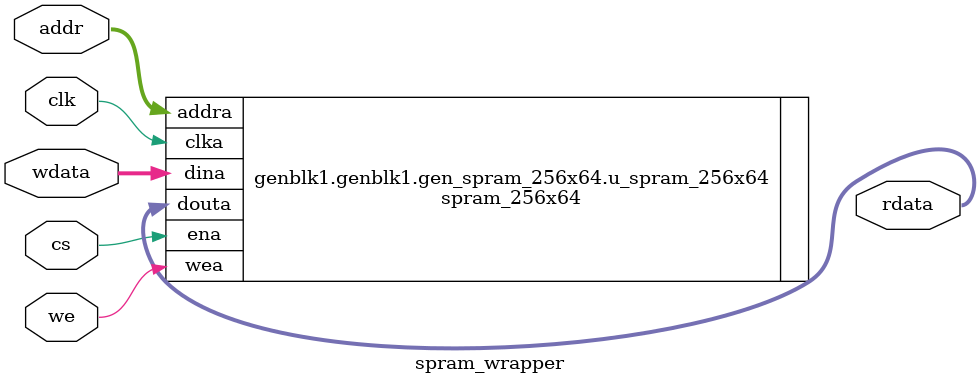
<source format=v>

`define FPGA 1
module spram_wrapper (
	clk,					// clock 
	addr,					// input address 
	we,						// input write enable
	cs,						// input chip-select 
	wdata,					// input write data
	rdata					// output read-out data
);
`include "define.v"
//------------------------------------------------------------------------+
// Declare parameters
//------------------------------------------------------------------------+
// output parameters
parameter DW = 64;			// data bit-width per word
parameter AW = 8;			// address bit-width
parameter DEPTH = 256;		// depth, word length
parameter N_DELAY = 1;

//------------------------------------------------------------------------+
// Declare Input & Output signals
//------------------------------------------------------------------------+
// clock and reset
input							clk;
// input SRAM signals
input [AW-1			:	0]		addr;	// input address 
input							we;		// input write enable
input							cs;		// input chip-select 
input [DW-1			:	0]		wdata;	// input write data
// output SRAM signal
output [DW-1		:	0]		rdata;	// output read-out data

//------------------------------------------------------------------------+
// Declare internal signals
//------------------------------------------------------------------------+
reg	[DW-1			:	0]		rdata_o;


`ifdef FPGA
	//------------------------------------------------------------------------+
	// Implement generate block ram
	//------------------------------------------------------------------------+
	generate
		if((DEPTH == 512) && (DW == 72)) begin: gen_spram_512x72
			spram_512x72 u_spram_512x72( 
				// write
				.clka(clk),
				.ena(cs),
				.wea(we),
				.addra(addr),
				.dina(wdata),
				// read-out
				.douta(rdata)
			 );
		end
		else if((DEPTH == 832) && (DW == 32)) begin: gen_spram_832x32
			spram_832x32 u_spram_832x32( 
				// write
				.clka(clk),
				.ena(cs),
				.wea(we),
				.addra(addr),
				.dina(wdata),
				// read-out
				.douta(rdata)
			 );
		end
		else if((DEPTH == 256) && (DW == 64)) begin: gen_spram_256x64
			spram_256x64 u_spram_256x64( 
				// write
				.clka(clk),
				.ena(cs),
				.wea(we),
				.addra(addr),
				.dina(wdata),
				// read-out
				.douta(rdata)
			 );
		end
		else if((DEPTH == 208) && (DW == 256)) begin: gen_spram_208x256
			spram_208x256 u_spram_208x256( 
				// write
				.clka(clk),
				.ena(cs),
				.wea(we),
				.addra(addr),
				.dina(wdata),
				// read-out
				.douta(rdata)
			 );
		end
		else if((DEPTH == 6240) && (DW == 32)) begin: gen_spram_6240x32
			spram_6240x32 u_spram_6240x32( 
				// write
				.clka(clk),
				.ena(cs),
				.wea(we),
				.addra(addr),
				.dina(wdata),
				// read-out
				.douta(rdata)
			 );
		end
	endgenerate

`else 
	//------------------------------------------------------------------------+
	// Memory modeling
	//------------------------------------------------------------------------+
	reg [DW-1			:	0]		mem[0:DEPTH-1];	// Memory cell
	// Write
	always @(posedge clk) begin
		if(cs && we)			mem[addr] <= wdata;
	end
	// Read
	generate
	   if(N_DELAY == 1) begin: gen_delay_1
		  always @(posedge clk)
			 if (cs && !(|we)) rdata_o <= mem[addr];

		  assign rdata = rdata_o;
	   end
	   else begin: gen_delay_n
		  reg [N_DELAY*DW-1:0] rdata_r;

		  always @(posedge clk)
			 if (cs && !(|we)) rdata_r[0*DW+:DW] <= mem[addr];

		  always @(posedge clk) begin: delay
			 integer i;
			 for(i = 0; i < N_DELAY-1; i = i+1)
				if(cs && !(|we))
				   rdata_r[(i+1)*DW+:DW] <= rdata_r[i*DW+:DW];
		  end
		  assign rdata = rdata_r[(N_DELAY-1)*DW+:DW];
	   end
	endgenerate

`endif


endmodule





</source>
